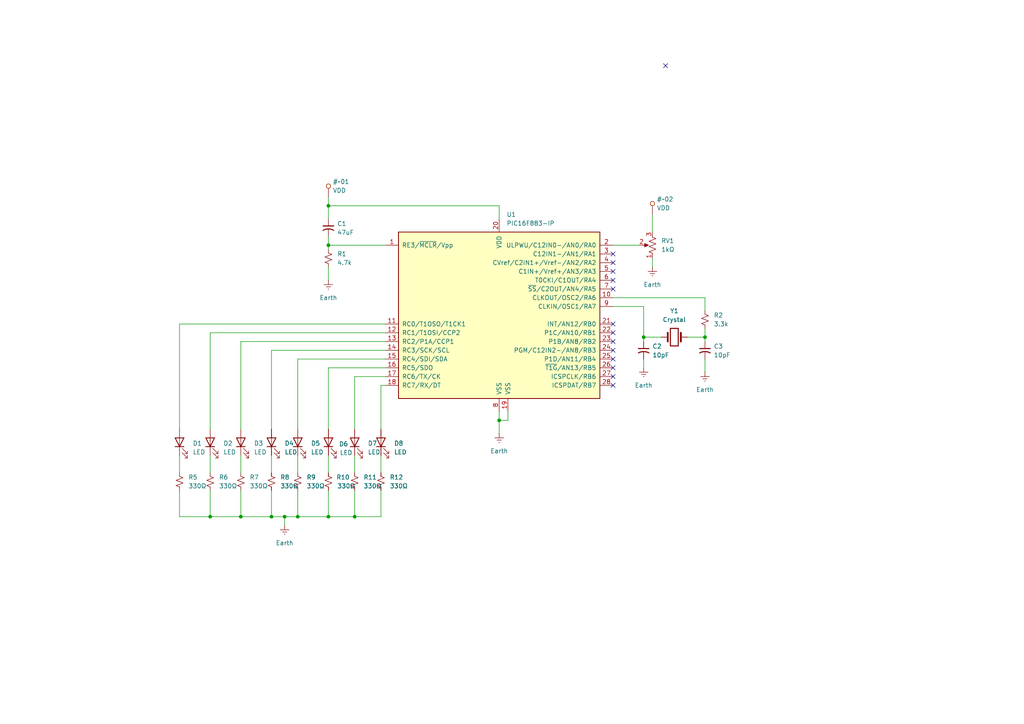
<source format=kicad_sch>
(kicad_sch (version 20250114) (generator "eeschema") (generator_version "9.0")
  (paper "A4")
  (lib_symbols
    (symbol "1New_symbol_Library_Payden_8_0_7:VDD" (power) (in_bom no) (on_board no)
      (property "Reference" "~" (at -1.27 4.064 0))
      (property "Value" "VDD" (at 0 2.286 0))
      (symbol "VDD_1_1"
        (circle (center 0 0.635) (radius 0.635) (fill (type background)))
        (pin power_in line (at 0 -2.54 90) (length 2.54) (name "") (number ""))
      )
    )
    (symbol "Device:C_Small_US" (pin_numbers (hide yes)) (pin_names (offset 0.254) (hide yes))
      (property "Reference" "C" (at 0.254 1.778 0))
      (property "Value" "C_Small_US" (at 0.254 -2.032 0))
      (symbol "C_Small_US_0_1"
        (polyline (pts (xy -1.524 0.508) (xy 1.524 0.508)) (stroke (width 0.3048)))
        (arc (start -1.524 -0.762) (mid 0 -0.3734) (end 1.524 -0.762) (stroke (width 0.3048)))
      )
      (symbol "C_Small_US_1_1"
        (pin passive line (at 0 2.54 270) (length 2.032) (name "~") (number "1"))
        (pin passive line (at 0 -2.54 90) (length 2.032) (name "~") (number "2"))
      )
    )
    (symbol "Device:Crystal" (pin_numbers (hide yes)) (pin_names (offset 1.016) (hide yes))
      (property "Reference" "Y" (at 0 3.81 0))
      (property "Value" "Crystal" (at 0 -3.81 0))
      (symbol "Crystal_0_1"
        (polyline (pts (xy -2.54 0) (xy -1.905 0)))
        (polyline (pts (xy -1.905 -1.27) (xy -1.905 1.27)) (stroke (width 0.508)))
        (rectangle (start -1.143 2.54) (end 1.143 -2.54) (stroke (width 0.3048)))
        (polyline (pts (xy 1.905 -1.27) (xy 1.905 1.27)) (stroke (width 0.508)))
        (polyline (pts (xy 2.54 0) (xy 1.905 0)))
      )
      (symbol "Crystal_1_1"
        (pin passive line (at -3.81 0 0) (length 1.27) (name "1") (number "1"))
        (pin passive line (at 3.81 0 180) (length 1.27) (name "2") (number "2"))
      )
    )
    (symbol "Device:LED" (pin_numbers (hide yes)) (pin_names (offset 1.016) (hide yes))
      (property "Reference" "D" (at 0 2.54 0))
      (property "Value" "LED" (at 0 -2.54 0))
      (symbol "LED_0_1"
        (polyline (pts (xy -3.048 -0.762) (xy -4.572 -2.286) (xy -3.81 -2.286) (xy -4.572 -2.286) (xy -4.572 -1.524)))
        (polyline (pts (xy -1.778 -0.762) (xy -3.302 -2.286) (xy -2.54 -2.286) (xy -3.302 -2.286) (xy -3.302 -1.524)))
        (polyline (pts (xy -1.27 0) (xy 1.27 0)))
        (polyline (pts (xy -1.27 -1.27) (xy -1.27 1.27)) (stroke (width 0.254)))
        (polyline (pts (xy 1.27 -1.27) (xy 1.27 1.27) (xy -1.27 0) (xy 1.27 -1.27)) (stroke (width 0.254)))
      )
      (symbol "LED_1_1"
        (pin passive line (at -3.81 0 0) (length 2.54) (name "K") (number "1"))
        (pin passive line (at 3.81 0 180) (length 2.54) (name "A") (number "2"))
      )
    )
    (symbol "Device:R_Potentiometer_US" (pin_names (offset 1.016) (hide yes))
      (property "Reference" "RV" (at -4.445 0 90))
      (property "Value" "R_Potentiometer_US" (at -2.54 0 90))
      (symbol "R_Potentiometer_US_0_1"
        (polyline (pts (xy 0 2.54) (xy 0 2.286)))
        (polyline (pts (xy 0 2.286) (xy 1.016 1.905) (xy 0 1.524) (xy -1.016 1.143) (xy 0 0.762)))
        (polyline (pts (xy 0 0.762) (xy 1.016 0.381) (xy 0 0) (xy -1.016 -0.381) (xy 0 -0.762)))
        (polyline (pts (xy 0 -0.762) (xy 1.016 -1.143) (xy 0 -1.524) (xy -1.016 -1.905) (xy 0 -2.286)))
        (polyline (pts (xy 0 -2.286) (xy 0 -2.54)))
        (polyline (pts (xy 1.143 0) (xy 2.286 0.508) (xy 2.286 -0.508) (xy 1.143 0)) (fill (type outline)))
        (polyline (pts (xy 2.54 0) (xy 1.524 0)))
      )
      (symbol "R_Potentiometer_US_1_1"
        (pin passive line (at 0 3.81 270) (length 1.27) (name "1") (number "1"))
        (pin passive line (at 0 -3.81 90) (length 1.27) (name "3") (number "3"))
        (pin passive line (at 3.81 0 180) (length 1.27) (name "2") (number "2"))
      )
    )
    (symbol "Device:R_Small_US" (pin_numbers (hide yes)) (pin_names (offset 0.254) (hide yes))
      (property "Reference" "R" (at 0.762 0.508 0))
      (property "Value" "R_Small_US" (at 0.762 -1.016 0))
      (symbol "R_Small_US_1_1"
        (polyline (pts (xy 0 1.524) (xy 1.016 1.143) (xy 0 0.762) (xy -1.016 0.381) (xy 0 0)))
        (polyline (pts (xy 0 0) (xy 1.016 -0.381) (xy 0 -0.762) (xy -1.016 -1.143) (xy 0 -1.524)))
        (pin passive line (at 0 2.54 270) (length 1.016) (name "~") (number "1"))
        (pin passive line (at 0 -2.54 90) (length 1.016) (name "~") (number "2"))
      )
    )
    (symbol "MCU_Microchip_PIC16:PIC16F883-IP" (pin_names (offset 1.016))
      (property "Reference" "U" (at 13.97 27.94 0))
      (property "Value" "PIC16F883-IP" (at 13.97 25.4 0))
      (symbol "PIC16F883-IP_0_1"
        (rectangle (start -29.21 24.13) (end 29.21 -24.13) (stroke (width 0.254)) (fill (type background)))
      )
      (symbol "PIC16F883-IP_1_1"
        (pin bidirectional line (at -33.02 20.32 0) (length 3.81) (name "RE3/~{MCLR}/Vpp") (number "1"))
        (pin bidirectional line (at -33.02 -2.54 0) (length 3.81) (name "RC0/T1OSO/T1CK1") (number "11"))
        (pin bidirectional line (at -33.02 -5.08 0) (length 3.81) (name "RC1/T1OSI/CCP2") (number "12"))
        (pin bidirectional line (at -33.02 -7.62 0) (length 3.81) (name "RC2/P1A/CCP1") (number "13"))
        (pin bidirectional line (at -33.02 -10.16 0) (length 3.81) (name "RC3/SCK/SCL") (number "14"))
        (pin bidirectional line (at -33.02 -12.7 0) (length 3.81) (name "RC4/SDI/SDA") (number "15"))
        (pin bidirectional line (at -33.02 -15.24 0) (length 3.81) (name "RC5/SDO") (number "16"))
        (pin bidirectional line (at -33.02 -17.78 0) (length 3.81) (name "RC6/TX/CK") (number "17"))
        (pin bidirectional line (at -33.02 -20.32 0) (length 3.81) (name "RC7/RX/DT") (number "18"))
        (pin power_in line (at 0 27.94 270) (length 3.81) (name "VDD") (number "20"))
        (pin power_in line (at 0 -27.94 90) (length 3.81) (name "VSS") (number "8"))
        (pin power_in line (at 2.54 -27.94 90) (length 3.81) (name "VSS") (number "19"))
        (pin bidirectional line (at 33.02 20.32 180) (length 3.81) (name "ULPWU/C12IN0-/AN0/RA0") (number "2"))
        (pin bidirectional line (at 33.02 17.78 180) (length 3.81) (name "C12IN1-/AN1/RA1") (number "3"))
        (pin bidirectional line (at 33.02 15.24 180) (length 3.81) (name "CVref/C2IN1+/Vref-/AN2/RA2") (number "4"))
        (pin bidirectional line (at 33.02 12.7 180) (length 3.81) (name "C1IN+/Vref+/AN3/RA3") (number "5"))
        (pin bidirectional line (at 33.02 10.16 180) (length 3.81) (name "T0CKI/C1OUT/RA4") (number "6"))
        (pin bidirectional line (at 33.02 7.62 180) (length 3.81) (name "~{SS}/C2OUT/AN4/RA5") (number "7"))
        (pin bidirectional line (at 33.02 5.08 180) (length 3.81) (name "CLKOUT/OSC2/RA6") (number "10"))
        (pin input line (at 33.02 2.54 180) (length 3.81) (name "CLKIN/OSC1/RA7") (number "9"))
        (pin bidirectional line (at 33.02 -2.54 180) (length 3.81) (name "INT/AN12/RB0") (number "21"))
        (pin bidirectional line (at 33.02 -5.08 180) (length 3.81) (name "P1C/AN10/RB1") (number "22"))
        (pin bidirectional line (at 33.02 -7.62 180) (length 3.81) (name "P1B/AN8/RB2") (number "23"))
        (pin bidirectional line (at 33.02 -10.16 180) (length 3.81) (name "PGM/C12IN2-/AN8/RB3") (number "24"))
        (pin bidirectional line (at 33.02 -12.7 180) (length 3.81) (name "P1D/AN11/RB4") (number "25"))
        (pin bidirectional line (at 33.02 -15.24 180) (length 3.81) (name "~{T1G}/AN13/RB5") (number "26"))
        (pin bidirectional line (at 33.02 -17.78 180) (length 3.81) (name "ICSPCLK/RB6") (number "27"))
        (pin bidirectional line (at 33.02 -20.32 180) (length 3.81) (name "ICSPDAT/RB7") (number "28"))
      )
    )
    (symbol "power:Earth" (power) (pin_numbers (hide yes)) (pin_names (offset 0) (hide yes))
      (property "Value" "Earth" (at 0 -3.81 0))
      (symbol "Earth_0_1"
        (polyline (pts (xy -0.635 -1.905) (xy 0.635 -1.905)))
        (polyline (pts (xy -0.127 -2.54) (xy 0.127 -2.54)))
        (polyline (pts (xy 0 -1.27) (xy 0 0)))
        (polyline (pts (xy 1.27 -1.27) (xy -1.27 -1.27)))
      )
      (symbol "Earth_1_1"
        (pin power_in line (at 0 0 270) (length 0) (name "~") (number "1"))
      )
    )
  )
  (junction (at 69.85 149.86))
  (junction (at 95.25 59.69))
  (junction (at 144.78 121.92))
  (junction (at 82.55 149.86))
  (junction (at 95.25 71.12))
  (junction (at 102.87 149.86))
  (junction (at 186.69 97.79))
  (junction (at 95.25 149.86))
  (junction (at 86.36 149.86))
  (junction (at 78.74 149.86))
  (junction (at 60.96 149.86))
  (junction (at 204.47 97.79))
  (no_connect (at 177.8 81.28))
  (no_connect (at 177.8 96.52))
  (no_connect (at 177.8 111.76))
  (no_connect (at 177.8 104.14))
  (no_connect (at 177.8 93.98))
  (no_connect (at 193.04 19.05))
  (no_connect (at 177.8 109.22))
  (no_connect (at 177.8 83.82))
  (no_connect (at 177.8 101.6))
  (no_connect (at 177.8 73.66))
  (no_connect (at 177.8 78.74))
  (no_connect (at 177.8 76.2))
  (no_connect (at 177.8 106.68))
  (no_connect (at 177.8 99.06))
  (wire (pts (xy 69.85 149.86) (xy 78.74 149.86)))
  (wire (pts (xy 189.23 62.23) (xy 189.23 67.31)))
  (wire (pts (xy 60.96 96.52) (xy 111.76 96.52)))
  (wire (pts (xy 111.76 93.98) (xy 52.07 93.98)))
  (wire (pts (xy 86.36 132.08) (xy 86.36 137.16)))
  (wire (pts (xy 52.07 132.08) (xy 52.07 137.16)))
  (wire (pts (xy 177.8 86.36) (xy 204.47 86.36)))
  (wire (pts (xy 95.25 142.24) (xy 95.25 149.86)))
  (wire (pts (xy 144.78 121.92) (xy 144.78 125.73)))
  (wire (pts (xy 186.69 97.79) (xy 186.69 99.06)))
  (wire (pts (xy 95.25 57.15) (xy 95.25 59.69)))
  (wire (pts (xy 69.85 142.24) (xy 69.85 149.86)))
  (wire (pts (xy 52.07 142.24) (xy 52.07 149.86)))
  (wire (pts (xy 102.87 142.24) (xy 102.87 149.86)))
  (wire (pts (xy 177.8 88.9) (xy 186.69 88.9)))
  (wire (pts (xy 60.96 132.08) (xy 60.96 137.16)))
  (wire (pts (xy 95.25 68.58) (xy 95.25 71.12)))
  (wire (pts (xy 186.69 97.79) (xy 191.77 97.79)))
  (wire (pts (xy 60.96 142.24) (xy 60.96 149.86)))
  (wire (pts (xy 144.78 119.38) (xy 144.78 121.92)))
  (wire (pts (xy 78.74 101.6) (xy 111.76 101.6)))
  (wire (pts (xy 52.07 93.98) (xy 52.07 124.46)))
  (wire (pts (xy 78.74 142.24) (xy 78.74 149.86)))
  (wire (pts (xy 186.69 104.14) (xy 186.69 106.68)))
  (wire (pts (xy 204.47 97.79) (xy 204.47 99.06)))
  (wire (pts (xy 204.47 104.14) (xy 204.47 107.95)))
  (wire (pts (xy 186.69 88.9) (xy 186.69 97.79)))
  (wire (pts (xy 204.47 95.25) (xy 204.47 97.79)))
  (wire (pts (xy 69.85 132.08) (xy 69.85 137.16)))
  (wire (pts (xy 110.49 111.76) (xy 110.49 124.46)))
  (wire (pts (xy 78.74 149.86) (xy 82.55 149.86)))
  (wire (pts (xy 60.96 149.86) (xy 69.85 149.86)))
  (wire (pts (xy 111.76 104.14) (xy 86.36 104.14)))
  (wire (pts (xy 199.39 97.79) (xy 204.47 97.79)))
  (wire (pts (xy 144.78 121.92) (xy 147.32 121.92)))
  (wire (pts (xy 86.36 142.24) (xy 86.36 149.86)))
  (wire (pts (xy 95.25 59.69) (xy 144.78 59.69)))
  (wire (pts (xy 111.76 106.68) (xy 95.25 106.68)))
  (wire (pts (xy 95.25 71.12) (xy 95.25 72.39)))
  (wire (pts (xy 69.85 99.06) (xy 69.85 124.46)))
  (wire (pts (xy 82.55 149.86) (xy 82.55 152.4)))
  (wire (pts (xy 147.32 119.38) (xy 147.32 121.92)))
  (wire (pts (xy 95.25 59.69) (xy 95.25 63.5)))
  (wire (pts (xy 95.25 132.08) (xy 95.25 137.16)))
  (wire (pts (xy 78.74 132.08) (xy 78.74 137.16)))
  (wire (pts (xy 110.49 132.08) (xy 110.49 137.16)))
  (wire (pts (xy 95.25 77.47) (xy 95.25 81.28)))
  (wire (pts (xy 60.96 96.52) (xy 60.96 124.46)))
  (wire (pts (xy 102.87 132.08) (xy 102.87 137.16)))
  (wire (pts (xy 102.87 149.86) (xy 110.49 149.86)))
  (wire (pts (xy 144.78 63.5) (xy 144.78 59.69)))
  (wire (pts (xy 177.8 71.12) (xy 185.42 71.12)))
  (wire (pts (xy 86.36 149.86) (xy 95.25 149.86)))
  (wire (pts (xy 111.76 99.06) (xy 69.85 99.06)))
  (wire (pts (xy 189.23 74.93) (xy 189.23 77.47)))
  (wire (pts (xy 86.36 104.14) (xy 86.36 124.46)))
  (wire (pts (xy 110.49 111.76) (xy 111.76 111.76)))
  (wire (pts (xy 204.47 86.36) (xy 204.47 90.17)))
  (wire (pts (xy 110.49 142.24) (xy 110.49 149.86)))
  (wire (pts (xy 111.76 109.22) (xy 102.87 109.22)))
  (wire (pts (xy 52.07 149.86) (xy 60.96 149.86)))
  (wire (pts (xy 82.55 149.86) (xy 86.36 149.86)))
  (wire (pts (xy 95.25 71.12) (xy 111.76 71.12)))
  (wire (pts (xy 95.25 106.68) (xy 95.25 124.46)))
  (wire (pts (xy 102.87 109.22) (xy 102.87 124.46)))
  (wire (pts (xy 78.74 101.6) (xy 78.74 124.46)))
  (wire (pts (xy 95.25 149.86) (xy 102.87 149.86)))
  (symbol (lib_id "Device:C_Small_US") (at 204.47 101.6 0) (unit 1)
    (property "Reference" "C3" (at 207.01 100.4569 0) (effects (justify left)))
    (property "Value" "10pF" (at 207.01 102.9969 0) (effects (justify left)))
    (property "Description" "capacitor, small US symbol" (effects (hide yes)))
  )
  (symbol (lib_id "Device:Crystal") (at 195.58 97.79 0) (unit 1)
    (property "Reference" "Y1" (at 195.58 90.17 0))
    (property "Value" "Crystal" (at 195.58 92.71 0))
    (property "Description" "Two pin crystal" (effects (hide yes)))
  )
  (symbol (lib_id "Device:R_Small_US") (at 78.74 139.7 0) (unit 1)
    (property "Reference" "R8" (at 81.28 138.4299 0) (effects (justify left)))
    (property "Value" "330Ω" (at 81.28 140.9699 0) (effects (justify left)))
    (property "Description" "Resistor, small US symbol" (effects (hide yes)))
  )
  (symbol (lib_id "Device:LED") (at 95.25 128.27 90) (unit 1)
    (property "Reference" "D6" (at 98.298 128.778 90) (effects (justify right)))
    (property "Value" "LED" (at 98.552 131.318 90) (effects (justify right)))
    (property "Description" "Light emitting diode" (effects (hide yes)))
    (property "Sim.Pins" "1=K 2=A" (effects (hide yes)))
  )
  (symbol (lib_id "Device:C_Small_US") (at 95.25 66.04 0) (unit 1)
    (property "Reference" "C1" (at 97.79 64.8969 0) (effects (justify left)))
    (property "Value" "47uF" (at 97.79 67.4369 0) (effects (justify left)))
    (property "Description" "capacitor, small US symbol" (effects (hide yes)))
  )
  (symbol (lib_id "Device:R_Small_US") (at 102.87 139.7 0) (unit 1)
    (property "Reference" "R11" (at 105.41 138.4299 0) (effects (justify left)))
    (property "Value" "330Ω" (at 105.41 140.9699 0) (effects (justify left)))
    (property "Description" "Resistor, small US symbol" (effects (hide yes)))
  )
  (symbol (lib_id "Device:LED") (at 52.07 128.27 90) (unit 1)
    (property "Reference" "D1" (at 55.88 128.5874 90) (effects (justify right)))
    (property "Value" "LED" (at 55.88 131.1274 90) (effects (justify right)))
    (property "Description" "Light emitting diode" (effects (hide yes)))
    (property "Sim.Pins" "1=K 2=A" (effects (hide yes)))
  )
  (symbol (lib_id "power:Earth") (at 186.69 106.68 0) (unit 1)
    (property "Reference" "#PWR03" (effects (hide yes)))
    (property "Value" "Earth" (at 186.69 111.76 0))
    (property "Description" "Power symbol creates a global label with name \"Earth\"" (effects (hide yes)))
  )
  (symbol (lib_id "Device:R_Potentiometer_US") (at 189.23 71.12 180) (unit 1)
    (property "Reference" "RV1" (at 191.77 69.8499 0) (effects (justify right)))
    (property "Value" "1kΩ" (at 191.77 72.3899 0) (effects (justify right)))
    (property "Description" "Potentiometer, US symbol" (effects (hide yes)))
  )
  (symbol (lib_id "power:Earth") (at 204.47 107.95 0) (unit 1)
    (property "Reference" "#PWR04" (effects (hide yes)))
    (property "Value" "Earth" (at 204.47 113.03 0))
    (property "Description" "Power symbol creates a global label with name \"Earth\"" (effects (hide yes)))
  )
  (symbol (lib_id "Device:R_Small_US") (at 204.47 92.71 0) (unit 1)
    (property "Reference" "R2" (at 207.01 91.4399 0) (effects (justify left)))
    (property "Value" "3.3k" (at 207.01 93.9799 0) (effects (justify left)))
    (property "Description" "Resistor, small US symbol" (effects (hide yes)))
  )
  (symbol (lib_id "Device:LED") (at 60.96 128.27 90) (unit 1)
    (property "Reference" "D2" (at 64.77 128.5874 90) (effects (justify right)))
    (property "Value" "LED" (at 64.77 131.1274 90) (effects (justify right)))
    (property "Description" "Light emitting diode" (effects (hide yes)))
    (property "Sim.Pins" "1=K 2=A" (effects (hide yes)))
  )
  (symbol (lib_id "Device:LED") (at 69.85 128.27 90) (unit 1)
    (property "Reference" "D3" (at 73.66 128.5874 90) (effects (justify right)))
    (property "Value" "LED" (at 73.66 131.1274 90) (effects (justify right)))
    (property "Description" "Light emitting diode" (effects (hide yes)))
    (property "Sim.Pins" "1=K 2=A" (effects (hide yes)))
  )
  (symbol (lib_id "Device:LED") (at 78.74 128.27 90) (unit 1)
    (property "Reference" "D4" (at 82.55 128.5874 90) (effects (justify right)))
    (property "Value" "LED" (at 82.55 131.1274 90) (effects (justify right)))
    (property "Description" "Light emitting diode" (effects (hide yes)))
    (property "Sim.Pins" "1=K 2=A" (effects (hide yes)))
  )
  (symbol (lib_id "power:Earth") (at 189.23 77.47 0) (unit 1)
    (property "Reference" "#PWR05" (effects (hide yes)))
    (property "Value" "Earth" (at 189.23 82.55 0))
    (property "Description" "Power symbol creates a global label with name \"Earth\"" (effects (hide yes)))
  )
  (symbol (lib_id "MCU_Microchip_PIC16:PIC16F883-IP") (at 144.78 91.44 0) (unit 1)
    (property "Reference" "U1" (at 146.9233 62.23 0) (effects (justify left)))
    (property "Value" "PIC16F883-IP" (at 146.9233 64.77 0) (effects (justify left)))
    (property "Datasheet" "http://ww1.microchip.com/downloads/en/DeviceDoc/41291D.pdf" (effects (hide yes)))
    (property "Description" "4K Flash, 256B SRAM, 256B EEPROM, XLP, DIP28" (effects (hide yes)))
  )
  (symbol (lib_id "Device:R_Small_US") (at 110.49 139.7 0) (unit 1)
    (property "Reference" "R12" (at 113.03 138.4299 0) (effects (justify left)))
    (property "Value" "330Ω" (at 113.03 140.9699 0) (effects (justify left)))
    (property "Description" "Resistor, small US symbol" (effects (hide yes)))
  )
  (symbol (lib_id "Device:LED") (at 86.36 128.27 90) (unit 1)
    (property "Reference" "D5" (at 90.17 128.5874 90) (effects (justify right)))
    (property "Value" "LED" (at 90.17 131.1274 90) (effects (justify right)))
    (property "Description" "Light emitting diode" (effects (hide yes)))
    (property "Sim.Pins" "1=K 2=A" (effects (hide yes)))
  )
  (symbol (lib_id "1New_symbol_Library_Payden_8_0_7:VDD") (at 95.25 54.61 0) (unit 1) (in_bom no) (on_board no)
    (property "Reference" "~01" (at 96.52 52.7049 0) (effects (justify left)))
    (property "Value" "VDD" (at 96.52 55.2449 0) (effects (justify left)))
  )
  (symbol (lib_id "Device:R_Small_US") (at 52.07 139.7 0) (unit 1)
    (property "Reference" "R5" (at 54.61 138.4299 0) (effects (justify left)))
    (property "Value" "330Ω" (at 54.61 140.9699 0) (effects (justify left)))
    (property "Description" "Resistor, small US symbol" (effects (hide yes)))
  )
  (symbol (lib_id "Device:R_Small_US") (at 69.85 139.7 0) (unit 1)
    (property "Reference" "R7" (at 72.39 138.4299 0) (effects (justify left)))
    (property "Value" "330Ω" (at 72.39 140.9699 0) (effects (justify left)))
    (property "Description" "Resistor, small US symbol" (effects (hide yes)))
  )
  (symbol (lib_id "Device:LED") (at 110.49 128.27 90) (unit 1)
    (property "Reference" "D8" (at 114.3 128.5874 90) (effects (justify right)))
    (property "Value" "LED" (at 114.3 131.1274 90) (effects (justify right)))
    (property "Description" "Light emitting diode" (effects (hide yes)))
    (property "Sim.Pins" "1=K 2=A" (effects (hide yes)))
  )
  (symbol (lib_id "power:Earth") (at 144.78 125.73 0) (unit 1)
    (property "Reference" "#PWR02" (effects (hide yes)))
    (property "Value" "Earth" (at 144.78 130.81 0))
    (property "Description" "Power symbol creates a global label with name \"Earth\"" (effects (hide yes)))
  )
  (symbol (lib_id "Device:R_Small_US") (at 86.36 139.7 0) (unit 1)
    (property "Reference" "R9" (at 88.9 138.4299 0) (effects (justify left)))
    (property "Value" "330Ω" (at 88.9 140.9699 0) (effects (justify left)))
    (property "Description" "Resistor, small US symbol" (effects (hide yes)))
  )
  (symbol (lib_id "1New_symbol_Library_Payden_8_0_7:VDD") (at 189.23 59.69 0) (unit 1) (in_bom no) (on_board no)
    (property "Reference" "~02" (at 190.5 57.7849 0) (effects (justify left)))
    (property "Value" "VDD" (at 190.5 60.3249 0) (effects (justify left)))
  )
  (symbol (lib_id "Device:C_Small_US") (at 186.69 101.6 0) (unit 1)
    (property "Reference" "C2" (at 189.23 100.4569 0) (effects (justify left)))
    (property "Value" "10pF" (at 189.23 102.9969 0) (effects (justify left)))
    (property "Description" "capacitor, small US symbol" (effects (hide yes)))
  )
  (symbol (lib_id "Device:R_Small_US") (at 95.25 74.93 0) (unit 1)
    (property "Reference" "R1" (at 97.79 73.6599 0) (effects (justify left)))
    (property "Value" "4.7k" (at 97.79 76.1999 0) (effects (justify left)))
    (property "Description" "Resistor, small US symbol" (effects (hide yes)))
  )
  (symbol (lib_id "Device:R_Small_US") (at 95.25 139.7 0) (unit 1)
    (property "Reference" "R10" (at 97.536 138.4299 0) (effects (justify left)))
    (property "Value" "330Ω" (at 97.79 140.97 0) (effects (justify left)))
    (property "Description" "Resistor, small US symbol" (effects (hide yes)))
  )
  (symbol (lib_id "Device:R_Small_US") (at 60.96 139.7 0) (unit 1)
    (property "Reference" "R6" (at 63.5 138.4299 0) (effects (justify left)))
    (property "Value" "330Ω" (at 63.5 140.9699 0) (effects (justify left)))
    (property "Description" "Resistor, small US symbol" (effects (hide yes)))
  )
  (symbol (lib_id "Device:LED") (at 102.87 128.27 90) (unit 1)
    (property "Reference" "D7" (at 106.68 128.5874 90) (effects (justify right)))
    (property "Value" "LED" (at 106.68 131.1274 90) (effects (justify right)))
    (property "Description" "Light emitting diode" (effects (hide yes)))
    (property "Sim.Pins" "1=K 2=A" (effects (hide yes)))
  )
  (symbol (lib_id "power:Earth") (at 95.25 81.28 0) (unit 1)
    (property "Reference" "#PWR01" (effects (hide yes)))
    (property "Value" "Earth" (at 95.25 86.36 0))
    (property "Description" "Power symbol creates a global label with name \"Earth\"" (effects (hide yes)))
  )
  (symbol (lib_id "power:Earth") (at 82.55 152.4 0) (unit 1)
    (property "Reference" "#PWR07" (effects (hide yes)))
    (property "Value" "Earth" (at 82.55 157.48 0))
    (property "Description" "Power symbol creates a global label with name \"Earth\"" (effects (hide yes)))
  )
)
</source>
